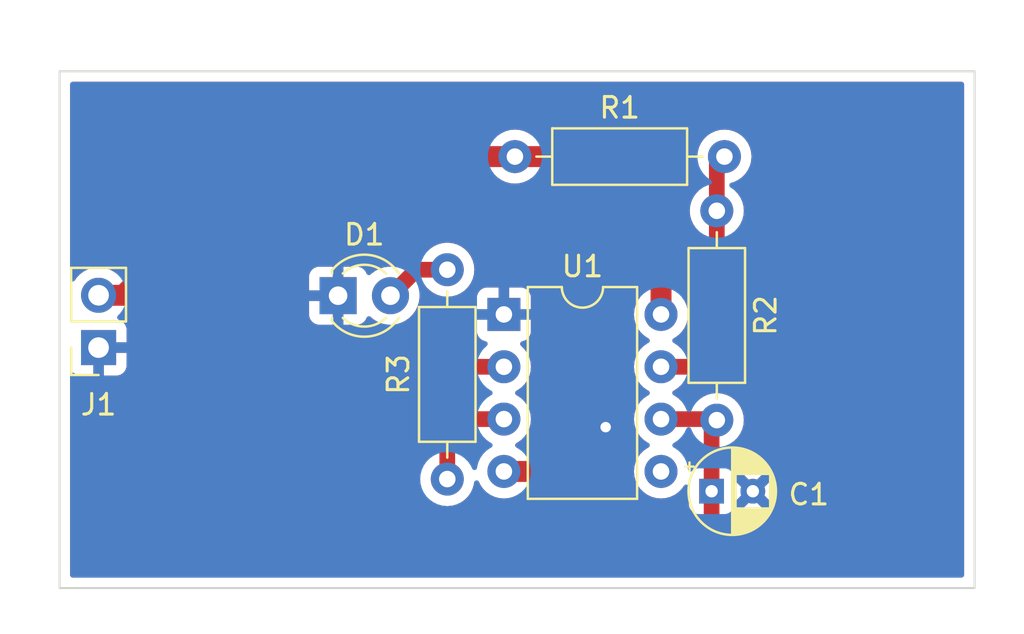
<source format=kicad_pcb>
(kicad_pcb (version 20211014) (generator pcbnew)
  (layers (0 "F.Cu" signal) (31 "B.Cu" signal) (34 "B.Paste" user) (35 "F.Paste" user) (36 "B.SilkS" user "B.Silkscreen") (37 "F.SilkS" user "F.Silkscreen") (38 "B.Mask" user) (39 "F.Mask" user) (44 "Edge.Cuts" user))
  (net 0 "")
  (net 1 "/TR")
  (net 2 "Earth")
  (net 3 "Net-(D1-Pad2)")
  (net 4 "VCC")
  (net 5 "Net-(R1-Pad2)")
  (net 6 "/OUT")
  (footprint "Resistor_THT:R_Axial_DIN0207_L6.3mm_D2.5mm_P10.16mm_Horizontal" (layer "F.Cu") (at 148.17 91.57 90)
    (fp_text reference "R3" (at 5.08 -2.37 90) (layer "F.SilkS"))
    (fp_text value "1k")
    (fp_line (start 8.35 1.37) (end 8.35 -1.37) (layer "F.SilkS") (width 0.12))
    (fp_line (start 1.81 -1.37) (end 1.81 1.37) (layer "F.SilkS") (width 0.12))
    (fp_line (start 1.81 1.37) (end 8.35 1.37) (layer "F.SilkS") (width 0.12))
    (fp_line (start 1.04 0) (end 1.81 0) (layer "F.SilkS") (width 0.12))
    (fp_line (start 9.12 0) (end 8.35 0) (layer "F.SilkS") (width 0.12))
    (fp_line (start 8.35 -1.37) (end 1.81 -1.37) (layer "F.SilkS") (width 0.12))
    (pad "1" thru_hole circle (at 0 0 90) (size 1.6 1.6) (drill 0.8) (layers *.Cu *.Mask) (net 6 "/OUT"))
    (pad "2" thru_hole oval (at 10.16 0 90) (size 1.6 1.6) (drill 0.8) (layers *.Cu *.Mask) (net 3 "Net-(D1-Pad2)"))
  )
  (footprint "LED_THT:LED_D3.0mm" (layer "F.Cu") (at 142.875 82.67)
    (fp_text reference "D1" (at 1.27 -2.96) (layer "F.SilkS"))
    (fp_text value "LED")
    (fp_line (start -0.29 1.08) (end -0.29 1.236) (layer "F.SilkS") (width 0.12))
    (fp_line (start -0.29 -1.236) (end -0.29 -1.08) (layer "F.SilkS") (width 0.12))
    (fp_arc (start 2.31113 1.079837) (mid 1.270117 1.5) (end 0.229039 1.08) (layer "F.SilkS") (width 0.12))
    (fp_arc (start 0.229039 -1.08) (mid 1.270117 -1.5) (end 2.31113 -1.079837) (layer "F.SilkS") (width 0.12))
    (fp_arc (start 2.942335 1.078608) (mid 1.366487 1.987659) (end -0.29 1.235516) (layer "F.SilkS") (width 0.12))
    (fp_arc (start -0.29 -1.235516) (mid 1.366487 -1.987659) (end 2.942335 -1.078608) (layer "F.SilkS") (width 0.12))
    (pad "1" thru_hole rect (at 0 0) (size 1.8 1.8) (drill 0.9) (layers *.Cu *.Mask) (net 2 "Earth"))
    (pad "2" thru_hole circle (at 2.54 0) (size 1.8 1.8) (drill 0.9) (layers *.Cu *.Mask) (net 3 "Net-(D1-Pad2)"))
  )
  (footprint "Connector_PinSocket_2.54mm:PinSocket_1x02_P2.54mm_Vertical" (layer "F.Cu") (at 131.26 85.19 180)
    (fp_text reference "J1" (at 0 -2.77) (layer "F.SilkS"))
    (fp_text value "Battery")
    (fp_line (start 1.33 1.27) (end 1.33 3.87) (layer "F.SilkS") (width 0.12))
    (fp_line (start -1.33 1.27) (end -1.33 3.87) (layer "F.SilkS") (width 0.12))
    (fp_line (start 1.33 -1.33) (end 1.33 0) (layer "F.SilkS") (width 0.12))
    (fp_line (start -1.33 3.87) (end 1.33 3.87) (layer "F.SilkS") (width 0.12))
    (fp_line (start -1.33 1.27) (end 1.33 1.27) (layer "F.SilkS") (width 0.12))
    (fp_line (start 0 -1.33) (end 1.33 -1.33) (layer "F.SilkS") (width 0.12))
    (pad "1" thru_hole rect (at 0 0 180) (size 1.7 1.7) (drill 1) (layers *.Cu *.Mask) (net 2 "Earth"))
    (pad "2" thru_hole oval (at 0 2.54 180) (size 1.7 1.7) (drill 1) (layers *.Cu *.Mask) (net 4 "VCC"))
  )
  (footprint "Resistor_THT:R_Axial_DIN0207_L6.3mm_D2.5mm_P10.16mm_Horizontal" (layer "F.Cu") (at 151.45 75.92)
    (fp_text reference "R1" (at 5.08 -2.37) (layer "F.SilkS"))
    (fp_text value "1k")
    (fp_line (start 1.04 0) (end 1.81 0) (layer "F.SilkS") (width 0.12))
    (fp_line (start 1.81 1.37) (end 8.35 1.37) (layer "F.SilkS") (width 0.12))
    (fp_line (start 8.35 -1.37) (end 1.81 -1.37) (layer "F.SilkS") (width 0.12))
    (fp_line (start 8.35 1.37) (end 8.35 -1.37) (layer "F.SilkS") (width 0.12))
    (fp_line (start 9.12 0) (end 8.35 0) (layer "F.SilkS") (width 0.12))
    (fp_line (start 1.81 -1.37) (end 1.81 1.37) (layer "F.SilkS") (width 0.12))
    (pad "1" thru_hole circle (at 0 0) (size 1.6 1.6) (drill 0.8) (layers *.Cu *.Mask) (net 4 "VCC"))
    (pad "2" thru_hole oval (at 10.16 0) (size 1.6 1.6) (drill 0.8) (layers *.Cu *.Mask) (net 5 "Net-(R1-Pad2)"))
  )
  (footprint "Capacitor_THT:CP_Radial_D4.0mm_P2.00mm" (layer "F.Cu") (at 160.987401 92.16)
    (fp_text reference "C1" (at 4.712599 0.16) (layer "F.SilkS"))
    (fp_text value "100nF")
    (fp_line (start 2.361 0.84) (end 2.361 1.587) (layer "F.SilkS") (width 0.12))
    (fp_line (start 1.36 0.84) (end 1.36 2.05) (layer "F.SilkS") (width 0.12))
    (fp_line (start 1.32 0.84) (end 1.32 2.056) (layer "F.SilkS") (width 0.12))
    (fp_line (start 1.08 -2.079) (end 1.08 2.079) (layer "F.SilkS") (width 0.12))
    (fp_line (start 1 -2.08) (end 1 2.08) (layer "F.SilkS") (width 0.12))
    (fp_line (start 2.121 -1.76) (end 2.121 -0.84) (layer "F.SilkS") (width 0.12))
    (fp_line (start 3.041 -0.537) (end 3.041 0.537) (layer "F.SilkS") (width 0.12))
    (fp_line (start 2.081 -1.785) (end 2.081 -0.84) (layer "F.SilkS") (width 0.12))
    (fp_line (start 1.801 0.84) (end 1.801 1.924) (layer "F.SilkS") (width 0.12))
    (fp_line (start 1.721 0.84) (end 1.721 1.954) (layer "F.SilkS") (width 0.12))
    (fp_line (start 1.68 0.84) (end 1.68 1.968) (layer "F.SilkS") (width 0.12))
    (fp_line (start 2.721 0.84) (end 2.721 1.2) (layer "F.SilkS") (width 0.12))
    (fp_line (start 1.64 0.84) (end 1.64 1.982) (layer "F.SilkS") (width 0.12))
    (fp_line (start 2.761 0.84) (end 2.761 1.142) (layer "F.SilkS") (width 0.12))
    (fp_line (start 2.001 -1.83) (end 2.001 -0.84) (layer "F.SilkS") (width 0.12))
    (fp_line (start 2.041 0.84) (end 2.041 1.808) (layer "F.SilkS") (width 0.12))
    (fp_line (start 2.121 0.84) (end 2.121 1.76) (layer "F.SilkS") (width 0.12))
    (fp_line (start 2.881 -0.94) (end 2.881 0.94) (layer "F.SilkS") (width 0.12))
    (fp_line (start 2.281 0.84) (end 2.281 1.65) (layer "F.SilkS") (width 0.12))
    (fp_line (start 2.521 0.84) (end 2.521 1.438) (layer "F.SilkS") (width 0.12))
    (fp_line (start 2.601 0.84) (end 2.601 1.351) (layer "F.SilkS") (width 0.12))
    (fp_line (start 1.841 -1.907) (end 1.841 -0.84) (layer "F.SilkS") (width 0.12))
    (fp_line (start 1.961 0.84) (end 1.961 1.851) (layer "F.SilkS") (width 0.12))
    (fp_line (start 2.481 0.84) (end 2.481 1.478) (layer "F.SilkS") (width 0.12))
    (fp_line (start 2.241 -1.68) (end 2.241 -0.84) (layer "F.SilkS") (width 0.12))
    (fp_line (start 2.201 0.84) (end 2.201 1.708) (layer "F.SilkS") (width 0.12))
    (fp_line (start 1.48 -2.025) (end 1.48 -0.84) (layer "F.SilkS") (width 0.12))
    (fp_line (start 2.161 -1.735) (end 2.161 -0.84) (layer "F.SilkS") (width 0.12))
    (fp_line (start 2.721 -1.2) (end 2.721 -0.84) (layer "F.SilkS") (width 0.12))
    (fp_line (start 1.6 0.84) (end 1.6 1.994) (layer "F.SilkS") (width 0.12))
    (fp_line (start 1.16 -2.074) (end 1.16 2.074) (layer "F.SilkS") (width 0.12))
    (fp_line (start 1.44 0.84) (end 1.44 2.034) (layer "F.SilkS") (width 0.12))
    (fp_line (start 1.52 -2.016) (end 1.52 -0.84) (layer "F.SilkS") (width 0.12))
    (fp_line (start 2.241 0.84) (end 2.241 1.68) (layer "F.SilkS") (width 0.12))
    (fp_line (start 2.361 -1.587) (end 2.361 -0.84) (layer "F.SilkS") (width 0.12))
    (fp_line (start 2.681 -1.254) (end 2.681 -0.84) (layer "F.SilkS") (width 0.12))
    (fp_line (start 1.921 0.84) (end 1.921 1.87) (layer "F.SilkS") (width 0.12))
    (fp_line (start 1.4 -2.042) (end 1.4 -0.84) (layer "F.SilkS") (width 0.12))
    (fp_line (start 2.561 0.84) (end 2.561 1.396) (layer "F.SilkS") (width 0.12))
    (fp_line (start 1.801 -1.924) (end 1.801 -0.84) (layer "F.SilkS") (width 0.12))
    (fp_line (start 2.521 -1.438) (end 2.521 -0.84) (layer "F.SilkS") (width 0.12))
    (fp_line (start 2.401 -1.552) (end 2.401 -0.84) (layer "F.SilkS") (width 0.12))
    (fp_line (start 2.641 -1.304) (end 2.641 -0.84) (layer "F.SilkS") (width 0.12))
    (fp_line (start 1.32 -2.056) (end 1.32 -0.84) (layer "F.SilkS") (width 0.12))
    (fp_line (start 1.52 0.84) (end 1.52 2.016) (layer "F.SilkS") (width 0.12))
    (fp_line (start 1.12 -2.077) (end 1.12 2.077) (layer "F.SilkS") (width 0.12))
    (fp_line (start 1.48 0.84) (end 1.48 2.025) (layer "F.SilkS") (width 0.12))
    (fp_line (start 1.28 0.84) (end 1.28 2.062) (layer "F.SilkS") (width 0.12))
    (fp_line (start 2.641 0.84) (end 2.641 1.304) (layer "F.SilkS") (width 0.12))
    (fp_line (start 1.721 -1.954) (end 1.721 -0.84) (layer "F.SilkS") (width 0.12))
    (fp_line (start 1.04 -2.08) (end 1.04 2.08) (layer "F.SilkS") (width 0.12))
    (fp_line (start 3.081 -0.37) (end 3.081 0.37) (layer "F.SilkS") (width 0.12))
    (fp_line (start 2.961 -0.768) (end 2.961 0.768) (layer "F.SilkS") (width 0.12))
    (fp_line (start 1.761 -1.94) (end 1.761 -0.84) (layer "F.SilkS") (width 0.12))
    (fp_line (start 1.28 -2.062) (end 1.28 -0.84) (layer "F.SilkS") (width 0.12))
    (fp_line (start 1.44 -2.034) (end 1.44 -0.84) (layer "F.SilkS") (width 0.12))
    (fp_line (start 2.481 -1.478) (end 2.481 -0.84) (layer "F.SilkS") (width 0.12))
    (fp_line (start 1.56 0.84) (end 1.56 2.005) (layer "F.SilkS") (width 0.12))
    (fp_line (start 1.24 0.84) (end 1.24 2.067) (layer "F.SilkS") (width 0.12))
    (fp_line (start 2.041 -1.808) (end 2.041 -0.84) (layer "F.SilkS") (width 0.12))
    (fp_line (start 2.161 0.84) (end 2.161 1.735) (layer "F.SilkS") (width 0.12))
    (fp_line (start 1.841 0.84) (end 1.841 1.907) (layer "F.SilkS") (width 0.12))
    (fp_line (start 2.921 -0.859) (end 2.921 0.859) (layer "F.SilkS") (width 0.12))
    (fp_line (start 1.24 -2.067) (end 1.24 -0.84) (layer "F.SilkS") (width 0.12))
    (fp_line (start 2.321 0.84) (end 2.321 1.619) (layer "F.SilkS") (width 0.12))
    (fp_line (start 2.401 0.84) (end 2.401 1.552) (layer "F.SilkS") (width 0.12))
    (fp_line (start 2.841 -1.013) (end 2.841 1.013) (layer "F.SilkS") (width 0.12))
    (fp_line (start 1.761 0.84) (end 1.761 1.94) (layer "F.SilkS") (width 0.12))
    (fp_line (start 2.441 0.84) (end 2.441 1.516) (layer "F.SilkS") (width 0.12))
    (fp_line (start 1.56 -2.005) (end 1.56 -0.84) (layer "F.SilkS") (width 0.12))
    (fp_line (start 3.001 -0.664) (end 3.001 0.664) (layer "F.SilkS") (width 0.12))
    (fp_line (start 1.961 -1.851) (end 1.961 -0.84) (layer "F.SilkS") (width 0.12))
    (fp_line (start 1.6 -1.994) (end 1.6 -0.84) (layer "F.SilkS") (width 0.12))
    (fp_line (start 2.561 -1.396) (end 2.561 -0.84) (layer "F.SilkS") (width 0.12))
    (fp_line (start 1.36 -2.05) (end 1.36 -0.84) (layer "F.SilkS") (width 0.12))
    (fp_line (start 2.281 -1.65) (end 2.281 -0.84) (layer "F.SilkS") (width 0.12))
    (fp_line (start 1.881 -1.889) (end 1.881 -0.84) (layer "F.SilkS") (width 0.12))
    (fp_line (start 2.601 -1.351) (end 2.601 -0.84) (layer "F.SilkS") (width 0.12))
    (fp_line (start -1.069801 -1.395) (end -1.069801 -0.995) (layer "F.SilkS") (width 0.12))
    (fp_line (start 1.2 0.84) (end 1.2 2.071) (layer "F.SilkS") (width 0.12))
    (fp_line (start 2.441 -1.516) (end 2.441 -0.84) (layer "F.SilkS") (width 0.12))
    (fp_line (start 2.201 -1.708) (end 2.201 -0.84) (layer "F.SilkS") (width 0.12))
    (fp_line (start 2.801 0.84) (end 2.801 1.08) (layer "F.SilkS") (width 0.12))
    (fp_line (start 1.881 0.84) (end 1.881 1.889) (layer "F.SilkS") (width 0.12))
    (fp_line (start 2.681 0.84) (end 2.681 1.254) (layer "F.SilkS") (width 0.12))
    (fp_line (start 1.2 -2.071) (end 1.2 -0.84) (layer "F.SilkS") (width 0.12))
    (fp_line (start -1.269801 -1.195) (end -0.869801 -1.195) (layer "F.SilkS") (width 0.12))
    (fp_line (start 1.921 -1.87) (end 1.921 -0.84) (layer "F.SilkS") (width 0.12))
    (fp_line (start 2.081 0.84) (end 2.081 1.785) (layer "F.SilkS") (width 0.12))
    (fp_line (start 2.001 0.84) (end 2.001 1.83) (layer "F.SilkS") (width 0.12))
    (fp_line (start 2.801 -1.08) (end 2.801 -0.84) (layer "F.SilkS") (width 0.12))
    (fp_line (start 1.4 0.84) (end 1.4 2.042) (layer "F.SilkS") (width 0.12))
    (fp_line (start 2.761 -1.142) (end 2.761 -0.84) (layer "F.SilkS") (width 0.12))
    (fp_line (start 1.64 -1.982) (end 1.64 -0.84) (layer "F.SilkS") (width 0.12))
    (fp_line (start 1.68 -1.968) (end 1.68 -0.84) (layer "F.SilkS") (width 0.12))
    (fp_line (start 2.321 -1.619) (end 2.321 -0.84) (layer "F.SilkS") (width 0.12))
    (fp_circle (center 1 0) (end 3.12 0) (layer "F.SilkS") (width 0.12) (fill none))
    (pad "1" thru_hole rect (at 0 0) (size 1.2 1.2) (drill 0.6) (layers *.Cu *.Mask) (net 1 "/TR"))
    (pad "2" thru_hole circle (at 2 0) (size 1.2 1.2) (drill 0.6) (layers *.Cu *.Mask) (net 2 "Earth"))
  )
  (footprint "Resistor_THT:R_Axial_DIN0207_L6.3mm_D2.5mm_P10.16mm_Horizontal" (layer "F.Cu") (at 161.24 78.55 -90)
    (fp_text reference "R2" (at 5.08 -2.37 90) (layer "F.SilkS"))
    (fp_text value "100k")
    (fp_line (start 1.81 1.37) (end 8.35 1.37) (layer "F.SilkS") (width 0.12))
    (fp_line (start 8.35 -1.37) (end 1.81 -1.37) (layer "F.SilkS") (width 0.12))
    (fp_line (start 8.35 1.37) (end 8.35 -1.37) (layer "F.SilkS") (width 0.12))
    (fp_line (start 9.12 0) (end 8.35 0) (layer "F.SilkS") (width 0.12))
    (fp_line (start 1.81 -1.37) (end 1.81 1.37) (layer "F.SilkS") (width 0.12))
    (fp_line (start 1.04 0) (end 1.81 0) (layer "F.SilkS") (width 0.12))
    (pad "1" thru_hole circle (at 0 0 270) (size 1.6 1.6) (drill 0.8) (layers *.Cu *.Mask) (net 5 "Net-(R1-Pad2)"))
    (pad "2" thru_hole oval (at 10.16 0 270) (size 1.6 1.6) (drill 0.8) (layers *.Cu *.Mask) (net 1 "/TR"))
  )
  (footprint "Package_DIP:DIP-8_W7.62mm" (layer "F.Cu") (at 150.915199 83.58)
    (fp_text reference "U1" (at 3.81 -2.33) (layer "F.SilkS"))
    (fp_text value "NA555P")
    (fp_line (start 6.46 -1.33) (end 4.81 -1.33) (layer "F.SilkS") (width 0.12))
    (fp_line (start 6.46 8.95) (end 6.46 -1.33) (layer "F.SilkS") (width 0.12))
    (fp_line (start 1.16 -1.33) (end 1.16 8.95) (layer "F.SilkS") (width 0.12))
    (fp_line (start 2.81 -1.33) (end 1.16 -1.33) (layer "F.SilkS") (width 0.12))
    (fp_line (start 1.16 8.95) (end 6.46 8.95) (layer "F.SilkS") (width 0.12))
    (fp_arc (start 4.81 -1.33) (mid 3.81 -0.33) (end 2.81 -1.33) (layer "F.SilkS") (width 0.12))
    (pad "1" thru_hole rect (at 0 0) (size 1.6 1.6) (drill 0.8) (layers *.Cu *.Mask) (net 2 "Earth"))
    (pad "2" thru_hole oval (at 0 2.54) (size 1.6 1.6) (drill 0.8) (layers *.Cu *.Mask) (net 1 "/TR"))
    (pad "3" thru_hole oval (at 0 5.08) (size 1.6 1.6) (drill 0.8) (layers *.Cu *.Mask) (net 6 "/OUT"))
    (pad "4" thru_hole oval (at 0 7.62) (size 1.6 1.6) (drill 0.8) (layers *.Cu *.Mask) (net 4 "VCC"))
    (pad "5" thru_hole oval (at 7.62 7.62) (size 1.6 1.6) (drill 0.8) (layers *.Cu *.Mask))
    (pad "6" thru_hole oval (at 7.62 5.08) (size 1.6 1.6) (drill 0.8) (layers *.Cu *.Mask) (net 1 "/TR"))
    (pad "7" thru_hole oval (at 7.62 2.54) (size 1.6 1.6) (drill 0.8) (layers *.Cu *.Mask) (net 5 "Net-(R1-Pad2)"))
    (pad "8" thru_hole oval (at 7.62 0) (size 1.6 1.6) (drill 0.8) (layers *.Cu *.Mask) (net 4 "VCC"))
  )
  (gr_rect (start 173.74 96.86) (end 129.37 71.78) (layer "Edge.Cuts") (width 0.1) (fill none))
  (segment (start 160.987401 88.962599) (end 161.24 88.71) (width 0.762) (layer "F.Cu") (net 1))
  (segment (start 147.35 94.89) (end 160.18 94.89) (width 0.762) (layer "F.Cu") (net 1))
  (segment (start 150.915199 86.12) (end 147.37 86.12) (width 0.762) (layer "F.Cu") (net 1))
  (segment (start 158.535199 88.66) (end 161.19 88.66) (width 0.762) (layer "F.Cu") (net 1))
  (segment (start 146.19 87.3) (end 146.19 93.73) (width 0.762) (layer "F.Cu") (net 1))
  (segment (start 161.19 88.66) (end 161.24 88.71) (width 0.762) (layer "F.Cu") (net 1))
  (segment (start 146.19 93.73) (end 147.35 94.89) (width 0.762) (layer "F.Cu") (net 1))
  (segment (start 160.18 94.89) (end 160.987401 94.082599) (width 0.762) (layer "F.Cu") (net 1))
  (segment (start 161.24 91.907401) (end 160.987401 92.16) (width 0.508) (layer "F.Cu") (net 1))
  (segment (start 160.987401 94.082599) (end 160.987401 92.16) (width 0.762) (layer "F.Cu") (net 1))
  (segment (start 160.987401 92.16) (end 160.987401 88.962599) (width 0.762) (layer "F.Cu") (net 1))
  (segment (start 147.37 86.12) (end 146.19 87.3) (width 0.762) (layer "F.Cu") (net 1))
  (via (at 155.85 89.05) (size 0.762) (drill 0.508) (layers "F.Cu" "B.Cu") (net 2))
  (segment (start 146.675 81.41) (end 145.415 82.67) (width 0.762) (layer "F.Cu") (net 3))
  (segment (start 148.17 81.41) (end 146.675 81.41) (width 0.762) (layer "F.Cu") (net 3))
  (segment (start 158.535199 77.335199) (end 157.12 75.92) (width 1.016) (layer "F.Cu") (net 4))
  (segment (start 158.535199 83.58) (end 158.535199 77.335199) (width 1.016) (layer "F.Cu") (net 4))
  (segment (start 153.97 91.2) (end 154.5 90.67) (width 1.016) (layer "F.Cu") (net 4))
  (segment (start 157.12 75.92) (end 154.39 75.92) (width 1.016) (layer "F.Cu") (net 4))
  (segment (start 131.26 82.65) (end 132.462081 82.65) (width 1.016) (layer "F.Cu") (net 4))
  (segment (start 154.5 76.03) (end 154.39 75.92) (width 1.016) (layer "F.Cu") (net 4))
  (segment (start 154.5 90.67) (end 154.5 76.03) (width 1.016) (layer "F.Cu") (net 4))
  (segment (start 132.462081 82.65) (end 139.192081 75.92) (width 1.016) (layer "F.Cu") (net 4))
  (segment (start 150.915199 91.2) (end 153.97 91.2) (width 1.016) (layer "F.Cu") (net 4))
  (segment (start 139.192081 75.92) (end 151.45 75.92) (width 1.016) (layer "F.Cu") (net 4))
  (segment (start 154.39 75.92) (end 151.45 75.92) (width 1.016) (layer "F.Cu") (net 4))
  (segment (start 160.69 86.12) (end 161.24 85.57) (width 0.762) (layer "F.Cu") (net 5))
  (segment (start 161.24 76.29) (end 161.61 75.92) (width 0.762) (layer "F.Cu") (net 5))
  (segment (start 161.24 85.57) (end 161.24 78.55) (width 0.762) (layer "F.Cu") (net 5))
  (segment (start 158.535199 86.12) (end 160.69 86.12) (width 0.762) (layer "F.Cu") (net 5))
  (segment (start 161.61 78.18) (end 161.24 78.55) (width 0.508) (layer "F.Cu") (net 5))
  (segment (start 161.24 78.55) (end 161.24 76.29) (width 0.762) (layer "F.Cu") (net 5))
  (segment (start 148.14 89.3) (end 148.17 89.33) (width 0.762) (layer "F.Cu") (net 6))
  (segment (start 148.17 89.33) (end 148.17 91.57) (width 0.762) (layer "F.Cu") (net 6))
  (segment (start 150.915199 88.66) (end 148.78 88.66) (width 0.762) (layer "F.Cu") (net 6))
  (segment (start 148.78 88.66) (end 148.14 89.3) (width 0.762) (layer "F.Cu") (net 6))
  (zone (net 2) (net_name "Earth") (layers F&B.Cu) (connect_pads (clearance 0.508)) (min_thickness 0.254) (fill yes (thermal_gap 0.508) (thermal_bridge_width 0.508))
    (polygon (pts (xy 176.14 98.1) (xy 127.4 99.1) (xy 126.48 68.78) (xy 175.38 68.32)))
  )
)
</source>
